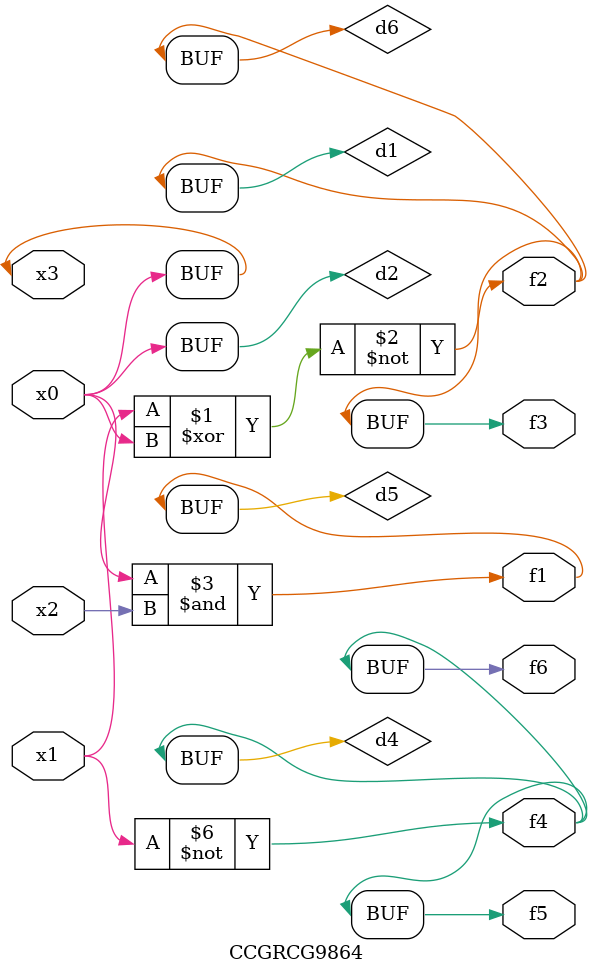
<source format=v>
module CCGRCG9864(
	input x0, x1, x2, x3,
	output f1, f2, f3, f4, f5, f6
);

	wire d1, d2, d3, d4, d5, d6;

	xnor (d1, x1, x3);
	buf (d2, x0, x3);
	nand (d3, x0, x2);
	not (d4, x1);
	nand (d5, d3);
	or (d6, d1);
	assign f1 = d5;
	assign f2 = d6;
	assign f3 = d6;
	assign f4 = d4;
	assign f5 = d4;
	assign f6 = d4;
endmodule

</source>
